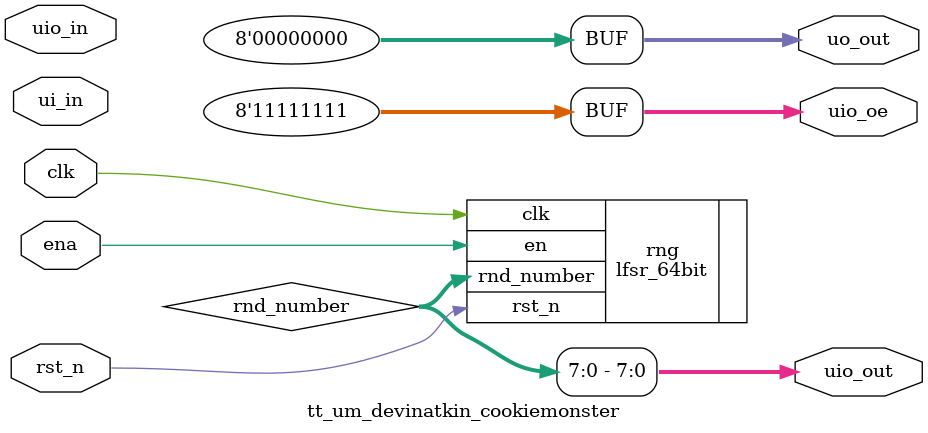
<source format=v>
`timescale 1ns/1ps

module tt_um_devinatkin_cookiemonster
(
    input  wire [7:0] ui_in,    // Dedicated inputs - connected to the input switches
    output wire [7:0] uo_out,   // Dedicated outputs - connected to the 7 segment display
    input  wire [7:0] uio_in,   // IOs: Bidirectional Input path
    output wire [7:0] uio_out,  // IOs: Bidirectional Output path
    output wire [7:0] uio_oe,   // IOs: Bidirectional Enable path (active high: 0=input, 1=output)
    input  wire       ena,      // will go high when the design is enabled
    input  wire       clk,      // clock
    input  wire       rst_n     // reset_n - low to reset
);

    wire [15:0] rnd_number;

    // Instantiate the lfsr_64bit module
    lfsr_64bit rng (
        .clk(clk),
        .rst_n(rst_n),
        .en(ena),
        .rnd_number(rnd_number)
    );

    assign uio_oe = 8'b11111111;    // Enable all IOs as outputs
    assign uio_out = rnd_number[7:0];   // Set all IOs to the random number
    assign uo_out = 8'b00000000;    // Set all outputs to 0
endmodule
</source>
